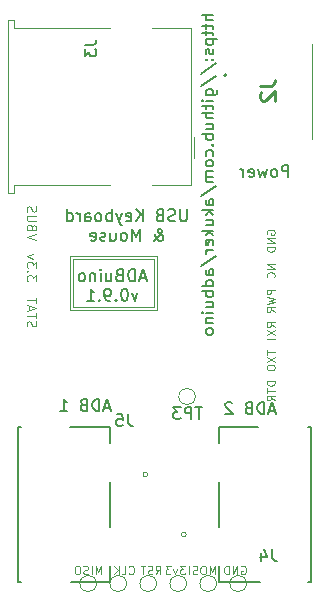
<source format=gbr>
%TF.GenerationSoftware,KiCad,Pcbnew,(5.1.9-16-g1737927814)-1*%
%TF.CreationDate,2021-07-25T19:14:51-05:00*%
%TF.ProjectId,adbuino,61646275-696e-46f2-9e6b-696361645f70,rev?*%
%TF.SameCoordinates,Original*%
%TF.FileFunction,Legend,Bot*%
%TF.FilePolarity,Positive*%
%FSLAX46Y46*%
G04 Gerber Fmt 4.6, Leading zero omitted, Abs format (unit mm)*
G04 Created by KiCad (PCBNEW (5.1.9-16-g1737927814)-1) date 2021-07-25 19:14:51*
%MOMM*%
%LPD*%
G01*
G04 APERTURE LIST*
%ADD10C,0.150000*%
%ADD11C,0.120000*%
%ADD12C,0.100000*%
%ADD13C,0.200000*%
%ADD14C,0.127000*%
%ADD15C,0.254000*%
G04 APERTURE END LIST*
D10*
X35853333Y-48109666D02*
X35377142Y-48109666D01*
X35948571Y-48395380D02*
X35615238Y-47395380D01*
X35281904Y-48395380D01*
X34948571Y-48395380D02*
X34948571Y-47395380D01*
X34710476Y-47395380D01*
X34567619Y-47443000D01*
X34472380Y-47538238D01*
X34424761Y-47633476D01*
X34377142Y-47823952D01*
X34377142Y-47966809D01*
X34424761Y-48157285D01*
X34472380Y-48252523D01*
X34567619Y-48347761D01*
X34710476Y-48395380D01*
X34948571Y-48395380D01*
X33615238Y-47871571D02*
X33472380Y-47919190D01*
X33424761Y-47966809D01*
X33377142Y-48062047D01*
X33377142Y-48204904D01*
X33424761Y-48300142D01*
X33472380Y-48347761D01*
X33567619Y-48395380D01*
X33948571Y-48395380D01*
X33948571Y-47395380D01*
X33615238Y-47395380D01*
X33520000Y-47443000D01*
X33472380Y-47490619D01*
X33424761Y-47585857D01*
X33424761Y-47681095D01*
X33472380Y-47776333D01*
X33520000Y-47823952D01*
X33615238Y-47871571D01*
X33948571Y-47871571D01*
X32520000Y-47728714D02*
X32520000Y-48395380D01*
X32948571Y-47728714D02*
X32948571Y-48252523D01*
X32900952Y-48347761D01*
X32805714Y-48395380D01*
X32662857Y-48395380D01*
X32567619Y-48347761D01*
X32520000Y-48300142D01*
X32043809Y-48395380D02*
X32043809Y-47728714D01*
X32043809Y-47395380D02*
X32091428Y-47443000D01*
X32043809Y-47490619D01*
X31996190Y-47443000D01*
X32043809Y-47395380D01*
X32043809Y-47490619D01*
X31567619Y-47728714D02*
X31567619Y-48395380D01*
X31567619Y-47823952D02*
X31520000Y-47776333D01*
X31424761Y-47728714D01*
X31281904Y-47728714D01*
X31186666Y-47776333D01*
X31139047Y-47871571D01*
X31139047Y-48395380D01*
X30520000Y-48395380D02*
X30615238Y-48347761D01*
X30662857Y-48300142D01*
X30710476Y-48204904D01*
X30710476Y-47919190D01*
X30662857Y-47823952D01*
X30615238Y-47776333D01*
X30520000Y-47728714D01*
X30377142Y-47728714D01*
X30281904Y-47776333D01*
X30234285Y-47823952D01*
X30186666Y-47919190D01*
X30186666Y-48204904D01*
X30234285Y-48300142D01*
X30281904Y-48347761D01*
X30377142Y-48395380D01*
X30520000Y-48395380D01*
X35162857Y-49378714D02*
X34924761Y-50045380D01*
X34686666Y-49378714D01*
X34115238Y-49045380D02*
X34020000Y-49045380D01*
X33924761Y-49093000D01*
X33877142Y-49140619D01*
X33829523Y-49235857D01*
X33781904Y-49426333D01*
X33781904Y-49664428D01*
X33829523Y-49854904D01*
X33877142Y-49950142D01*
X33924761Y-49997761D01*
X34020000Y-50045380D01*
X34115238Y-50045380D01*
X34210476Y-49997761D01*
X34258095Y-49950142D01*
X34305714Y-49854904D01*
X34353333Y-49664428D01*
X34353333Y-49426333D01*
X34305714Y-49235857D01*
X34258095Y-49140619D01*
X34210476Y-49093000D01*
X34115238Y-49045380D01*
X33353333Y-49950142D02*
X33305714Y-49997761D01*
X33353333Y-50045380D01*
X33400952Y-49997761D01*
X33353333Y-49950142D01*
X33353333Y-50045380D01*
X32829523Y-50045380D02*
X32639047Y-50045380D01*
X32543809Y-49997761D01*
X32496190Y-49950142D01*
X32400952Y-49807285D01*
X32353333Y-49616809D01*
X32353333Y-49235857D01*
X32400952Y-49140619D01*
X32448571Y-49093000D01*
X32543809Y-49045380D01*
X32734285Y-49045380D01*
X32829523Y-49093000D01*
X32877142Y-49140619D01*
X32924761Y-49235857D01*
X32924761Y-49473952D01*
X32877142Y-49569190D01*
X32829523Y-49616809D01*
X32734285Y-49664428D01*
X32543809Y-49664428D01*
X32448571Y-49616809D01*
X32400952Y-49569190D01*
X32353333Y-49473952D01*
X31924761Y-49950142D02*
X31877142Y-49997761D01*
X31924761Y-50045380D01*
X31972380Y-49997761D01*
X31924761Y-49950142D01*
X31924761Y-50045380D01*
X30924761Y-50045380D02*
X31496190Y-50045380D01*
X31210476Y-50045380D02*
X31210476Y-49045380D01*
X31305714Y-49188238D01*
X31400952Y-49283476D01*
X31496190Y-49331095D01*
D11*
X29718000Y-50546000D02*
X36576000Y-50546000D01*
X36576000Y-46482000D02*
X29718000Y-46482000D01*
X29718000Y-46482000D02*
X29718000Y-46736000D01*
X29464000Y-50800000D02*
X29464000Y-46228000D01*
X29464000Y-46228000D02*
X36830000Y-46228000D01*
X36576000Y-50546000D02*
X36576000Y-46482000D01*
X36830000Y-50800000D02*
X29464000Y-50800000D01*
X29718000Y-46736000D02*
X29718000Y-50546000D01*
X36830000Y-46228000D02*
X36830000Y-50800000D01*
D12*
X46798666Y-56858000D02*
X46098666Y-56858000D01*
X46098666Y-57024666D01*
X46132000Y-57124666D01*
X46198666Y-57191333D01*
X46265333Y-57224666D01*
X46398666Y-57258000D01*
X46498666Y-57258000D01*
X46632000Y-57224666D01*
X46698666Y-57191333D01*
X46765333Y-57124666D01*
X46798666Y-57024666D01*
X46798666Y-56858000D01*
X46098666Y-57458000D02*
X46098666Y-57858000D01*
X46798666Y-57658000D02*
X46098666Y-57658000D01*
X46798666Y-58491333D02*
X46465333Y-58258000D01*
X46798666Y-58091333D02*
X46098666Y-58091333D01*
X46098666Y-58358000D01*
X46132000Y-58424666D01*
X46165333Y-58458000D01*
X46232000Y-58491333D01*
X46332000Y-58491333D01*
X46398666Y-58458000D01*
X46432000Y-58424666D01*
X46465333Y-58358000D01*
X46465333Y-58091333D01*
X46798666Y-49104666D02*
X46098666Y-49104666D01*
X46098666Y-49371333D01*
X46132000Y-49438000D01*
X46165333Y-49471333D01*
X46232000Y-49504666D01*
X46332000Y-49504666D01*
X46398666Y-49471333D01*
X46432000Y-49438000D01*
X46465333Y-49371333D01*
X46465333Y-49104666D01*
X46098666Y-49738000D02*
X46798666Y-49904666D01*
X46298666Y-50038000D01*
X46798666Y-50171333D01*
X46098666Y-50338000D01*
X46798666Y-51004666D02*
X46465333Y-50771333D01*
X46798666Y-50604666D02*
X46098666Y-50604666D01*
X46098666Y-50871333D01*
X46132000Y-50938000D01*
X46165333Y-50971333D01*
X46232000Y-51004666D01*
X46332000Y-51004666D01*
X46398666Y-50971333D01*
X46432000Y-50938000D01*
X46465333Y-50871333D01*
X46465333Y-50604666D01*
X46132000Y-44424666D02*
X46098666Y-44358000D01*
X46098666Y-44258000D01*
X46132000Y-44158000D01*
X46198666Y-44091333D01*
X46265333Y-44058000D01*
X46398666Y-44024666D01*
X46498666Y-44024666D01*
X46632000Y-44058000D01*
X46698666Y-44091333D01*
X46765333Y-44158000D01*
X46798666Y-44258000D01*
X46798666Y-44324666D01*
X46765333Y-44424666D01*
X46732000Y-44458000D01*
X46498666Y-44458000D01*
X46498666Y-44324666D01*
X46798666Y-44758000D02*
X46098666Y-44758000D01*
X46798666Y-45158000D01*
X46098666Y-45158000D01*
X46798666Y-45491333D02*
X46098666Y-45491333D01*
X46098666Y-45658000D01*
X46132000Y-45758000D01*
X46198666Y-45824666D01*
X46265333Y-45858000D01*
X46398666Y-45891333D01*
X46498666Y-45891333D01*
X46632000Y-45858000D01*
X46698666Y-45824666D01*
X46765333Y-45758000D01*
X46798666Y-45658000D01*
X46798666Y-45491333D01*
X46798666Y-46948000D02*
X46098666Y-46948000D01*
X46798666Y-47348000D01*
X46098666Y-47348000D01*
X46732000Y-48081333D02*
X46765333Y-48048000D01*
X46798666Y-47948000D01*
X46798666Y-47881333D01*
X46765333Y-47781333D01*
X46698666Y-47714666D01*
X46632000Y-47681333D01*
X46498666Y-47648000D01*
X46398666Y-47648000D01*
X46265333Y-47681333D01*
X46198666Y-47714666D01*
X46132000Y-47781333D01*
X46098666Y-47881333D01*
X46098666Y-47948000D01*
X46132000Y-48048000D01*
X46165333Y-48081333D01*
X46798666Y-52294666D02*
X46465333Y-52061333D01*
X46798666Y-51894666D02*
X46098666Y-51894666D01*
X46098666Y-52161333D01*
X46132000Y-52228000D01*
X46165333Y-52261333D01*
X46232000Y-52294666D01*
X46332000Y-52294666D01*
X46398666Y-52261333D01*
X46432000Y-52228000D01*
X46465333Y-52161333D01*
X46465333Y-51894666D01*
X46098666Y-52528000D02*
X46798666Y-52994666D01*
X46098666Y-52994666D02*
X46798666Y-52528000D01*
X46798666Y-53261333D02*
X46098666Y-53261333D01*
X46098666Y-54218000D02*
X46098666Y-54618000D01*
X46798666Y-54418000D02*
X46098666Y-54418000D01*
X46098666Y-54784666D02*
X46798666Y-55251333D01*
X46098666Y-55251333D02*
X46798666Y-54784666D01*
X46098666Y-55651333D02*
X46098666Y-55784666D01*
X46132000Y-55851333D01*
X46198666Y-55918000D01*
X46332000Y-55951333D01*
X46565333Y-55951333D01*
X46698666Y-55918000D01*
X46765333Y-55851333D01*
X46798666Y-55784666D01*
X46798666Y-55651333D01*
X46765333Y-55584666D01*
X46698666Y-55518000D01*
X46565333Y-55484666D01*
X46332000Y-55484666D01*
X46198666Y-55518000D01*
X46132000Y-55584666D01*
X46098666Y-55651333D01*
D10*
X46799238Y-59348666D02*
X46323047Y-59348666D01*
X46894476Y-59634380D02*
X46561142Y-58634380D01*
X46227809Y-59634380D01*
X45894476Y-59634380D02*
X45894476Y-58634380D01*
X45656380Y-58634380D01*
X45513523Y-58682000D01*
X45418285Y-58777238D01*
X45370666Y-58872476D01*
X45323047Y-59062952D01*
X45323047Y-59205809D01*
X45370666Y-59396285D01*
X45418285Y-59491523D01*
X45513523Y-59586761D01*
X45656380Y-59634380D01*
X45894476Y-59634380D01*
X44561142Y-59110571D02*
X44418285Y-59158190D01*
X44370666Y-59205809D01*
X44323047Y-59301047D01*
X44323047Y-59443904D01*
X44370666Y-59539142D01*
X44418285Y-59586761D01*
X44513523Y-59634380D01*
X44894476Y-59634380D01*
X44894476Y-58634380D01*
X44561142Y-58634380D01*
X44465904Y-58682000D01*
X44418285Y-58729619D01*
X44370666Y-58824857D01*
X44370666Y-58920095D01*
X44418285Y-59015333D01*
X44465904Y-59062952D01*
X44561142Y-59110571D01*
X44894476Y-59110571D01*
X43180190Y-58729619D02*
X43132571Y-58682000D01*
X43037333Y-58634380D01*
X42799238Y-58634380D01*
X42704000Y-58682000D01*
X42656380Y-58729619D01*
X42608761Y-58824857D01*
X42608761Y-58920095D01*
X42656380Y-59062952D01*
X43227809Y-59634380D01*
X42608761Y-59634380D01*
X32829238Y-59094666D02*
X32353047Y-59094666D01*
X32924476Y-59380380D02*
X32591142Y-58380380D01*
X32257809Y-59380380D01*
X31924476Y-59380380D02*
X31924476Y-58380380D01*
X31686380Y-58380380D01*
X31543523Y-58428000D01*
X31448285Y-58523238D01*
X31400666Y-58618476D01*
X31353047Y-58808952D01*
X31353047Y-58951809D01*
X31400666Y-59142285D01*
X31448285Y-59237523D01*
X31543523Y-59332761D01*
X31686380Y-59380380D01*
X31924476Y-59380380D01*
X30591142Y-58856571D02*
X30448285Y-58904190D01*
X30400666Y-58951809D01*
X30353047Y-59047047D01*
X30353047Y-59189904D01*
X30400666Y-59285142D01*
X30448285Y-59332761D01*
X30543523Y-59380380D01*
X30924476Y-59380380D01*
X30924476Y-58380380D01*
X30591142Y-58380380D01*
X30495904Y-58428000D01*
X30448285Y-58475619D01*
X30400666Y-58570857D01*
X30400666Y-58666095D01*
X30448285Y-58761333D01*
X30495904Y-58808952D01*
X30591142Y-58856571D01*
X30924476Y-58856571D01*
X28638761Y-59380380D02*
X29210190Y-59380380D01*
X28924476Y-59380380D02*
X28924476Y-58380380D01*
X29019714Y-58523238D01*
X29114952Y-58618476D01*
X29210190Y-58666095D01*
X47950190Y-39568380D02*
X47950190Y-38568380D01*
X47569238Y-38568380D01*
X47474000Y-38616000D01*
X47426380Y-38663619D01*
X47378761Y-38758857D01*
X47378761Y-38901714D01*
X47426380Y-38996952D01*
X47474000Y-39044571D01*
X47569238Y-39092190D01*
X47950190Y-39092190D01*
X46807333Y-39568380D02*
X46902571Y-39520761D01*
X46950190Y-39473142D01*
X46997809Y-39377904D01*
X46997809Y-39092190D01*
X46950190Y-38996952D01*
X46902571Y-38949333D01*
X46807333Y-38901714D01*
X46664476Y-38901714D01*
X46569238Y-38949333D01*
X46521619Y-38996952D01*
X46474000Y-39092190D01*
X46474000Y-39377904D01*
X46521619Y-39473142D01*
X46569238Y-39520761D01*
X46664476Y-39568380D01*
X46807333Y-39568380D01*
X46140666Y-38901714D02*
X45950190Y-39568380D01*
X45759714Y-39092190D01*
X45569238Y-39568380D01*
X45378761Y-38901714D01*
X44616857Y-39520761D02*
X44712095Y-39568380D01*
X44902571Y-39568380D01*
X44997809Y-39520761D01*
X45045428Y-39425523D01*
X45045428Y-39044571D01*
X44997809Y-38949333D01*
X44902571Y-38901714D01*
X44712095Y-38901714D01*
X44616857Y-38949333D01*
X44569238Y-39044571D01*
X44569238Y-39139809D01*
X45045428Y-39235047D01*
X44140666Y-39568380D02*
X44140666Y-38901714D01*
X44140666Y-39092190D02*
X44093047Y-38996952D01*
X44045428Y-38949333D01*
X43950190Y-38901714D01*
X43854952Y-38901714D01*
X39361428Y-42315380D02*
X39361428Y-43124904D01*
X39313809Y-43220142D01*
X39266190Y-43267761D01*
X39170952Y-43315380D01*
X38980476Y-43315380D01*
X38885238Y-43267761D01*
X38837619Y-43220142D01*
X38790000Y-43124904D01*
X38790000Y-42315380D01*
X38361428Y-43267761D02*
X38218571Y-43315380D01*
X37980476Y-43315380D01*
X37885238Y-43267761D01*
X37837619Y-43220142D01*
X37790000Y-43124904D01*
X37790000Y-43029666D01*
X37837619Y-42934428D01*
X37885238Y-42886809D01*
X37980476Y-42839190D01*
X38170952Y-42791571D01*
X38266190Y-42743952D01*
X38313809Y-42696333D01*
X38361428Y-42601095D01*
X38361428Y-42505857D01*
X38313809Y-42410619D01*
X38266190Y-42363000D01*
X38170952Y-42315380D01*
X37932857Y-42315380D01*
X37790000Y-42363000D01*
X37028095Y-42791571D02*
X36885238Y-42839190D01*
X36837619Y-42886809D01*
X36790000Y-42982047D01*
X36790000Y-43124904D01*
X36837619Y-43220142D01*
X36885238Y-43267761D01*
X36980476Y-43315380D01*
X37361428Y-43315380D01*
X37361428Y-42315380D01*
X37028095Y-42315380D01*
X36932857Y-42363000D01*
X36885238Y-42410619D01*
X36837619Y-42505857D01*
X36837619Y-42601095D01*
X36885238Y-42696333D01*
X36932857Y-42743952D01*
X37028095Y-42791571D01*
X37361428Y-42791571D01*
X35599523Y-43315380D02*
X35599523Y-42315380D01*
X35028095Y-43315380D02*
X35456666Y-42743952D01*
X35028095Y-42315380D02*
X35599523Y-42886809D01*
X34218571Y-43267761D02*
X34313809Y-43315380D01*
X34504285Y-43315380D01*
X34599523Y-43267761D01*
X34647142Y-43172523D01*
X34647142Y-42791571D01*
X34599523Y-42696333D01*
X34504285Y-42648714D01*
X34313809Y-42648714D01*
X34218571Y-42696333D01*
X34170952Y-42791571D01*
X34170952Y-42886809D01*
X34647142Y-42982047D01*
X33837619Y-42648714D02*
X33599523Y-43315380D01*
X33361428Y-42648714D02*
X33599523Y-43315380D01*
X33694761Y-43553476D01*
X33742380Y-43601095D01*
X33837619Y-43648714D01*
X32980476Y-43315380D02*
X32980476Y-42315380D01*
X32980476Y-42696333D02*
X32885238Y-42648714D01*
X32694761Y-42648714D01*
X32599523Y-42696333D01*
X32551904Y-42743952D01*
X32504285Y-42839190D01*
X32504285Y-43124904D01*
X32551904Y-43220142D01*
X32599523Y-43267761D01*
X32694761Y-43315380D01*
X32885238Y-43315380D01*
X32980476Y-43267761D01*
X31932857Y-43315380D02*
X32028095Y-43267761D01*
X32075714Y-43220142D01*
X32123333Y-43124904D01*
X32123333Y-42839190D01*
X32075714Y-42743952D01*
X32028095Y-42696333D01*
X31932857Y-42648714D01*
X31790000Y-42648714D01*
X31694761Y-42696333D01*
X31647142Y-42743952D01*
X31599523Y-42839190D01*
X31599523Y-43124904D01*
X31647142Y-43220142D01*
X31694761Y-43267761D01*
X31790000Y-43315380D01*
X31932857Y-43315380D01*
X30742380Y-43315380D02*
X30742380Y-42791571D01*
X30790000Y-42696333D01*
X30885238Y-42648714D01*
X31075714Y-42648714D01*
X31170952Y-42696333D01*
X30742380Y-43267761D02*
X30837619Y-43315380D01*
X31075714Y-43315380D01*
X31170952Y-43267761D01*
X31218571Y-43172523D01*
X31218571Y-43077285D01*
X31170952Y-42982047D01*
X31075714Y-42934428D01*
X30837619Y-42934428D01*
X30742380Y-42886809D01*
X30266190Y-43315380D02*
X30266190Y-42648714D01*
X30266190Y-42839190D02*
X30218571Y-42743952D01*
X30170952Y-42696333D01*
X30075714Y-42648714D01*
X29980476Y-42648714D01*
X29218571Y-43315380D02*
X29218571Y-42315380D01*
X29218571Y-43267761D02*
X29313809Y-43315380D01*
X29504285Y-43315380D01*
X29599523Y-43267761D01*
X29647142Y-43220142D01*
X29694761Y-43124904D01*
X29694761Y-42839190D01*
X29647142Y-42743952D01*
X29599523Y-42696333D01*
X29504285Y-42648714D01*
X29313809Y-42648714D01*
X29218571Y-42696333D01*
X36551904Y-44965380D02*
X36599523Y-44965380D01*
X36694761Y-44917761D01*
X36837619Y-44774904D01*
X37075714Y-44489190D01*
X37170952Y-44346333D01*
X37218571Y-44203476D01*
X37218571Y-44108238D01*
X37170952Y-44013000D01*
X37075714Y-43965380D01*
X37028095Y-43965380D01*
X36932857Y-44013000D01*
X36885238Y-44108238D01*
X36885238Y-44155857D01*
X36932857Y-44251095D01*
X36980476Y-44298714D01*
X37266190Y-44489190D01*
X37313809Y-44536809D01*
X37361428Y-44632047D01*
X37361428Y-44774904D01*
X37313809Y-44870142D01*
X37266190Y-44917761D01*
X37170952Y-44965380D01*
X37028095Y-44965380D01*
X36932857Y-44917761D01*
X36885238Y-44870142D01*
X36742380Y-44679666D01*
X36694761Y-44536809D01*
X36694761Y-44441571D01*
X35361428Y-44965380D02*
X35361428Y-43965380D01*
X35028095Y-44679666D01*
X34694761Y-43965380D01*
X34694761Y-44965380D01*
X34075714Y-44965380D02*
X34170952Y-44917761D01*
X34218571Y-44870142D01*
X34266190Y-44774904D01*
X34266190Y-44489190D01*
X34218571Y-44393952D01*
X34170952Y-44346333D01*
X34075714Y-44298714D01*
X33932857Y-44298714D01*
X33837619Y-44346333D01*
X33790000Y-44393952D01*
X33742380Y-44489190D01*
X33742380Y-44774904D01*
X33790000Y-44870142D01*
X33837619Y-44917761D01*
X33932857Y-44965380D01*
X34075714Y-44965380D01*
X32885238Y-44298714D02*
X32885238Y-44965380D01*
X33313809Y-44298714D02*
X33313809Y-44822523D01*
X33266190Y-44917761D01*
X33170952Y-44965380D01*
X33028095Y-44965380D01*
X32932857Y-44917761D01*
X32885238Y-44870142D01*
X32456666Y-44917761D02*
X32361428Y-44965380D01*
X32170952Y-44965380D01*
X32075714Y-44917761D01*
X32028095Y-44822523D01*
X32028095Y-44774904D01*
X32075714Y-44679666D01*
X32170952Y-44632047D01*
X32313809Y-44632047D01*
X32409047Y-44584428D01*
X32456666Y-44489190D01*
X32456666Y-44441571D01*
X32409047Y-44346333D01*
X32313809Y-44298714D01*
X32170952Y-44298714D01*
X32075714Y-44346333D01*
X31218571Y-44917761D02*
X31313809Y-44965380D01*
X31504285Y-44965380D01*
X31599523Y-44917761D01*
X31647142Y-44822523D01*
X31647142Y-44441571D01*
X31599523Y-44346333D01*
X31504285Y-44298714D01*
X31313809Y-44298714D01*
X31218571Y-44346333D01*
X31170952Y-44441571D01*
X31170952Y-44536809D01*
X31647142Y-44632047D01*
D12*
X43967333Y-72548000D02*
X44034000Y-72514666D01*
X44134000Y-72514666D01*
X44234000Y-72548000D01*
X44300666Y-72614666D01*
X44334000Y-72681333D01*
X44367333Y-72814666D01*
X44367333Y-72914666D01*
X44334000Y-73048000D01*
X44300666Y-73114666D01*
X44234000Y-73181333D01*
X44134000Y-73214666D01*
X44067333Y-73214666D01*
X43967333Y-73181333D01*
X43934000Y-73148000D01*
X43934000Y-72914666D01*
X44067333Y-72914666D01*
X43634000Y-73214666D02*
X43634000Y-72514666D01*
X43234000Y-73214666D01*
X43234000Y-72514666D01*
X42900666Y-73214666D02*
X42900666Y-72514666D01*
X42734000Y-72514666D01*
X42634000Y-72548000D01*
X42567333Y-72614666D01*
X42534000Y-72681333D01*
X42500666Y-72814666D01*
X42500666Y-72914666D01*
X42534000Y-73048000D01*
X42567333Y-73114666D01*
X42634000Y-73181333D01*
X42734000Y-73214666D01*
X42900666Y-73214666D01*
X41740000Y-73214666D02*
X41740000Y-72514666D01*
X41506666Y-73014666D01*
X41273333Y-72514666D01*
X41273333Y-73214666D01*
X40806666Y-72514666D02*
X40673333Y-72514666D01*
X40606666Y-72548000D01*
X40540000Y-72614666D01*
X40506666Y-72748000D01*
X40506666Y-72981333D01*
X40540000Y-73114666D01*
X40606666Y-73181333D01*
X40673333Y-73214666D01*
X40806666Y-73214666D01*
X40873333Y-73181333D01*
X40940000Y-73114666D01*
X40973333Y-72981333D01*
X40973333Y-72748000D01*
X40940000Y-72614666D01*
X40873333Y-72548000D01*
X40806666Y-72514666D01*
X40240000Y-73181333D02*
X40140000Y-73214666D01*
X39973333Y-73214666D01*
X39906666Y-73181333D01*
X39873333Y-73148000D01*
X39840000Y-73081333D01*
X39840000Y-73014666D01*
X39873333Y-72948000D01*
X39906666Y-72914666D01*
X39973333Y-72881333D01*
X40106666Y-72848000D01*
X40173333Y-72814666D01*
X40206666Y-72781333D01*
X40240000Y-72714666D01*
X40240000Y-72648000D01*
X40206666Y-72581333D01*
X40173333Y-72548000D01*
X40106666Y-72514666D01*
X39940000Y-72514666D01*
X39840000Y-72548000D01*
X39540000Y-73214666D02*
X39540000Y-72514666D01*
X39187333Y-72514666D02*
X38754000Y-72514666D01*
X38987333Y-72781333D01*
X38887333Y-72781333D01*
X38820666Y-72814666D01*
X38787333Y-72848000D01*
X38754000Y-72914666D01*
X38754000Y-73081333D01*
X38787333Y-73148000D01*
X38820666Y-73181333D01*
X38887333Y-73214666D01*
X39087333Y-73214666D01*
X39154000Y-73181333D01*
X39187333Y-73148000D01*
X38520666Y-72748000D02*
X38354000Y-73214666D01*
X38187333Y-72748000D01*
X37987333Y-72514666D02*
X37554000Y-72514666D01*
X37787333Y-72781333D01*
X37687333Y-72781333D01*
X37620666Y-72814666D01*
X37587333Y-72848000D01*
X37554000Y-72914666D01*
X37554000Y-73081333D01*
X37587333Y-73148000D01*
X37620666Y-73181333D01*
X37687333Y-73214666D01*
X37887333Y-73214666D01*
X37954000Y-73181333D01*
X37987333Y-73148000D01*
X36705333Y-73214666D02*
X36938666Y-72881333D01*
X37105333Y-73214666D02*
X37105333Y-72514666D01*
X36838666Y-72514666D01*
X36772000Y-72548000D01*
X36738666Y-72581333D01*
X36705333Y-72648000D01*
X36705333Y-72748000D01*
X36738666Y-72814666D01*
X36772000Y-72848000D01*
X36838666Y-72881333D01*
X37105333Y-72881333D01*
X36438666Y-73181333D02*
X36338666Y-73214666D01*
X36172000Y-73214666D01*
X36105333Y-73181333D01*
X36072000Y-73148000D01*
X36038666Y-73081333D01*
X36038666Y-73014666D01*
X36072000Y-72948000D01*
X36105333Y-72914666D01*
X36172000Y-72881333D01*
X36305333Y-72848000D01*
X36372000Y-72814666D01*
X36405333Y-72781333D01*
X36438666Y-72714666D01*
X36438666Y-72648000D01*
X36405333Y-72581333D01*
X36372000Y-72548000D01*
X36305333Y-72514666D01*
X36138666Y-72514666D01*
X36038666Y-72548000D01*
X35838666Y-72514666D02*
X35438666Y-72514666D01*
X35638666Y-73214666D02*
X35638666Y-72514666D01*
X34452666Y-73148000D02*
X34486000Y-73181333D01*
X34586000Y-73214666D01*
X34652666Y-73214666D01*
X34752666Y-73181333D01*
X34819333Y-73114666D01*
X34852666Y-73048000D01*
X34886000Y-72914666D01*
X34886000Y-72814666D01*
X34852666Y-72681333D01*
X34819333Y-72614666D01*
X34752666Y-72548000D01*
X34652666Y-72514666D01*
X34586000Y-72514666D01*
X34486000Y-72548000D01*
X34452666Y-72581333D01*
X33819333Y-73214666D02*
X34152666Y-73214666D01*
X34152666Y-72514666D01*
X33586000Y-73214666D02*
X33586000Y-72514666D01*
X33186000Y-73214666D02*
X33486000Y-72814666D01*
X33186000Y-72514666D02*
X33586000Y-72914666D01*
X32088000Y-73214666D02*
X32088000Y-72514666D01*
X31854666Y-73014666D01*
X31621333Y-72514666D01*
X31621333Y-73214666D01*
X31288000Y-73214666D02*
X31288000Y-72514666D01*
X30988000Y-73181333D02*
X30888000Y-73214666D01*
X30721333Y-73214666D01*
X30654666Y-73181333D01*
X30621333Y-73148000D01*
X30588000Y-73081333D01*
X30588000Y-73014666D01*
X30621333Y-72948000D01*
X30654666Y-72914666D01*
X30721333Y-72881333D01*
X30854666Y-72848000D01*
X30921333Y-72814666D01*
X30954666Y-72781333D01*
X30988000Y-72714666D01*
X30988000Y-72648000D01*
X30954666Y-72581333D01*
X30921333Y-72548000D01*
X30854666Y-72514666D01*
X30688000Y-72514666D01*
X30588000Y-72548000D01*
X30154666Y-72514666D02*
X30021333Y-72514666D01*
X29954666Y-72548000D01*
X29888000Y-72614666D01*
X29854666Y-72748000D01*
X29854666Y-72981333D01*
X29888000Y-73114666D01*
X29954666Y-73181333D01*
X30021333Y-73214666D01*
X30154666Y-73214666D01*
X30221333Y-73181333D01*
X30288000Y-73114666D01*
X30321333Y-72981333D01*
X30321333Y-72748000D01*
X30288000Y-72614666D01*
X30221333Y-72548000D01*
X30154666Y-72514666D01*
X25838190Y-52234952D02*
X25800095Y-52120666D01*
X25800095Y-51930190D01*
X25838190Y-51854000D01*
X25876285Y-51815904D01*
X25952476Y-51777809D01*
X26028666Y-51777809D01*
X26104857Y-51815904D01*
X26142952Y-51854000D01*
X26181047Y-51930190D01*
X26219142Y-52082571D01*
X26257238Y-52158761D01*
X26295333Y-52196857D01*
X26371523Y-52234952D01*
X26447714Y-52234952D01*
X26523904Y-52196857D01*
X26562000Y-52158761D01*
X26600095Y-52082571D01*
X26600095Y-51892095D01*
X26562000Y-51777809D01*
X26600095Y-51549238D02*
X26600095Y-51092095D01*
X25800095Y-51320666D02*
X26600095Y-51320666D01*
X26028666Y-50863523D02*
X26028666Y-50482571D01*
X25800095Y-50939714D02*
X26600095Y-50673047D01*
X25800095Y-50406380D01*
X26600095Y-50254000D02*
X26600095Y-49796857D01*
X25800095Y-50025428D02*
X26600095Y-50025428D01*
X26600095Y-48386857D02*
X26600095Y-47891619D01*
X26295333Y-48158285D01*
X26295333Y-48044000D01*
X26257238Y-47967809D01*
X26219142Y-47929714D01*
X26142952Y-47891619D01*
X25952476Y-47891619D01*
X25876285Y-47929714D01*
X25838190Y-47967809D01*
X25800095Y-48044000D01*
X25800095Y-48272571D01*
X25838190Y-48348761D01*
X25876285Y-48386857D01*
X25876285Y-47548761D02*
X25838190Y-47510666D01*
X25800095Y-47548761D01*
X25838190Y-47586857D01*
X25876285Y-47548761D01*
X25800095Y-47548761D01*
X26600095Y-47244000D02*
X26600095Y-46748761D01*
X26295333Y-47015428D01*
X26295333Y-46901142D01*
X26257238Y-46824952D01*
X26219142Y-46786857D01*
X26142952Y-46748761D01*
X25952476Y-46748761D01*
X25876285Y-46786857D01*
X25838190Y-46824952D01*
X25800095Y-46901142D01*
X25800095Y-47129714D01*
X25838190Y-47205904D01*
X25876285Y-47244000D01*
X26333428Y-46482095D02*
X25800095Y-46291619D01*
X26333428Y-46101142D01*
X26600095Y-44900666D02*
X25800095Y-44634000D01*
X26600095Y-44367333D01*
X26219142Y-43834000D02*
X26181047Y-43719714D01*
X26142952Y-43681619D01*
X26066761Y-43643523D01*
X25952476Y-43643523D01*
X25876285Y-43681619D01*
X25838190Y-43719714D01*
X25800095Y-43795904D01*
X25800095Y-44100666D01*
X26600095Y-44100666D01*
X26600095Y-43834000D01*
X26562000Y-43757809D01*
X26523904Y-43719714D01*
X26447714Y-43681619D01*
X26371523Y-43681619D01*
X26295333Y-43719714D01*
X26257238Y-43757809D01*
X26219142Y-43834000D01*
X26219142Y-44100666D01*
X26600095Y-43300666D02*
X25952476Y-43300666D01*
X25876285Y-43262571D01*
X25838190Y-43224476D01*
X25800095Y-43148285D01*
X25800095Y-42995904D01*
X25838190Y-42919714D01*
X25876285Y-42881619D01*
X25952476Y-42843523D01*
X26600095Y-42843523D01*
X25838190Y-42500666D02*
X25800095Y-42386380D01*
X25800095Y-42195904D01*
X25838190Y-42119714D01*
X25876285Y-42081619D01*
X25952476Y-42043523D01*
X26028666Y-42043523D01*
X26104857Y-42081619D01*
X26142952Y-42119714D01*
X26181047Y-42195904D01*
X26219142Y-42348285D01*
X26257238Y-42424476D01*
X26295333Y-42462571D01*
X26371523Y-42500666D01*
X26447714Y-42500666D01*
X26523904Y-42462571D01*
X26562000Y-42424476D01*
X26600095Y-42348285D01*
X26600095Y-42157809D01*
X26562000Y-42043523D01*
D10*
X41600380Y-25870000D02*
X40600380Y-25870000D01*
X41600380Y-26298571D02*
X41076571Y-26298571D01*
X40981333Y-26250952D01*
X40933714Y-26155714D01*
X40933714Y-26012857D01*
X40981333Y-25917619D01*
X41028952Y-25870000D01*
X40933714Y-26631904D02*
X40933714Y-27012857D01*
X40600380Y-26774761D02*
X41457523Y-26774761D01*
X41552761Y-26822380D01*
X41600380Y-26917619D01*
X41600380Y-27012857D01*
X40933714Y-27203333D02*
X40933714Y-27584285D01*
X40600380Y-27346190D02*
X41457523Y-27346190D01*
X41552761Y-27393809D01*
X41600380Y-27489047D01*
X41600380Y-27584285D01*
X40933714Y-27917619D02*
X41933714Y-27917619D01*
X40981333Y-27917619D02*
X40933714Y-28012857D01*
X40933714Y-28203333D01*
X40981333Y-28298571D01*
X41028952Y-28346190D01*
X41124190Y-28393809D01*
X41409904Y-28393809D01*
X41505142Y-28346190D01*
X41552761Y-28298571D01*
X41600380Y-28203333D01*
X41600380Y-28012857D01*
X41552761Y-27917619D01*
X41552761Y-28774761D02*
X41600380Y-28869999D01*
X41600380Y-29060476D01*
X41552761Y-29155714D01*
X41457523Y-29203333D01*
X41409904Y-29203333D01*
X41314666Y-29155714D01*
X41267047Y-29060476D01*
X41267047Y-28917619D01*
X41219428Y-28822380D01*
X41124190Y-28774761D01*
X41076571Y-28774761D01*
X40981333Y-28822380D01*
X40933714Y-28917619D01*
X40933714Y-29060476D01*
X40981333Y-29155714D01*
X41505142Y-29631904D02*
X41552761Y-29679523D01*
X41600380Y-29631904D01*
X41552761Y-29584285D01*
X41505142Y-29631904D01*
X41600380Y-29631904D01*
X40981333Y-29631904D02*
X41028952Y-29679523D01*
X41076571Y-29631904D01*
X41028952Y-29584285D01*
X40981333Y-29631904D01*
X41076571Y-29631904D01*
X40552761Y-30822380D02*
X41838476Y-29965238D01*
X40552761Y-31869999D02*
X41838476Y-31012857D01*
X40933714Y-32631904D02*
X41743238Y-32631904D01*
X41838476Y-32584285D01*
X41886095Y-32536666D01*
X41933714Y-32441428D01*
X41933714Y-32298571D01*
X41886095Y-32203333D01*
X41552761Y-32631904D02*
X41600380Y-32536666D01*
X41600380Y-32346190D01*
X41552761Y-32250952D01*
X41505142Y-32203333D01*
X41409904Y-32155714D01*
X41124190Y-32155714D01*
X41028952Y-32203333D01*
X40981333Y-32250952D01*
X40933714Y-32346190D01*
X40933714Y-32536666D01*
X40981333Y-32631904D01*
X41600380Y-33108095D02*
X40933714Y-33108095D01*
X40600380Y-33108095D02*
X40648000Y-33060476D01*
X40695619Y-33108095D01*
X40648000Y-33155714D01*
X40600380Y-33108095D01*
X40695619Y-33108095D01*
X40933714Y-33441428D02*
X40933714Y-33822380D01*
X40600380Y-33584285D02*
X41457523Y-33584285D01*
X41552761Y-33631904D01*
X41600380Y-33727142D01*
X41600380Y-33822380D01*
X41600380Y-34155714D02*
X40600380Y-34155714D01*
X41600380Y-34584285D02*
X41076571Y-34584285D01*
X40981333Y-34536666D01*
X40933714Y-34441428D01*
X40933714Y-34298571D01*
X40981333Y-34203333D01*
X41028952Y-34155714D01*
X40933714Y-35489047D02*
X41600380Y-35489047D01*
X40933714Y-35060476D02*
X41457523Y-35060476D01*
X41552761Y-35108095D01*
X41600380Y-35203333D01*
X41600380Y-35346190D01*
X41552761Y-35441428D01*
X41505142Y-35489047D01*
X41600380Y-35965238D02*
X40600380Y-35965238D01*
X40981333Y-35965238D02*
X40933714Y-36060476D01*
X40933714Y-36250952D01*
X40981333Y-36346190D01*
X41028952Y-36393809D01*
X41124190Y-36441428D01*
X41409904Y-36441428D01*
X41505142Y-36393809D01*
X41552761Y-36346190D01*
X41600380Y-36250952D01*
X41600380Y-36060476D01*
X41552761Y-35965238D01*
X41505142Y-36869999D02*
X41552761Y-36917619D01*
X41600380Y-36869999D01*
X41552761Y-36822380D01*
X41505142Y-36869999D01*
X41600380Y-36869999D01*
X41552761Y-37774761D02*
X41600380Y-37679523D01*
X41600380Y-37489047D01*
X41552761Y-37393809D01*
X41505142Y-37346190D01*
X41409904Y-37298571D01*
X41124190Y-37298571D01*
X41028952Y-37346190D01*
X40981333Y-37393809D01*
X40933714Y-37489047D01*
X40933714Y-37679523D01*
X40981333Y-37774761D01*
X41600380Y-38346190D02*
X41552761Y-38250952D01*
X41505142Y-38203333D01*
X41409904Y-38155714D01*
X41124190Y-38155714D01*
X41028952Y-38203333D01*
X40981333Y-38250952D01*
X40933714Y-38346190D01*
X40933714Y-38489047D01*
X40981333Y-38584285D01*
X41028952Y-38631904D01*
X41124190Y-38679523D01*
X41409904Y-38679523D01*
X41505142Y-38631904D01*
X41552761Y-38584285D01*
X41600380Y-38489047D01*
X41600380Y-38346190D01*
X41600380Y-39108095D02*
X40933714Y-39108095D01*
X41028952Y-39108095D02*
X40981333Y-39155714D01*
X40933714Y-39250952D01*
X40933714Y-39393809D01*
X40981333Y-39489047D01*
X41076571Y-39536666D01*
X41600380Y-39536666D01*
X41076571Y-39536666D02*
X40981333Y-39584285D01*
X40933714Y-39679523D01*
X40933714Y-39822380D01*
X40981333Y-39917619D01*
X41076571Y-39965238D01*
X41600380Y-39965238D01*
X40552761Y-41155714D02*
X41838476Y-40298571D01*
X41600380Y-41917619D02*
X41076571Y-41917619D01*
X40981333Y-41869999D01*
X40933714Y-41774761D01*
X40933714Y-41584285D01*
X40981333Y-41489047D01*
X41552761Y-41917619D02*
X41600380Y-41822380D01*
X41600380Y-41584285D01*
X41552761Y-41489047D01*
X41457523Y-41441428D01*
X41362285Y-41441428D01*
X41267047Y-41489047D01*
X41219428Y-41584285D01*
X41219428Y-41822380D01*
X41171809Y-41917619D01*
X41600380Y-42393809D02*
X40600380Y-42393809D01*
X41219428Y-42489047D02*
X41600380Y-42774761D01*
X40933714Y-42774761D02*
X41314666Y-42393809D01*
X40933714Y-43631904D02*
X41600380Y-43631904D01*
X40933714Y-43203333D02*
X41457523Y-43203333D01*
X41552761Y-43250952D01*
X41600380Y-43346190D01*
X41600380Y-43489047D01*
X41552761Y-43584285D01*
X41505142Y-43631904D01*
X41600380Y-44108095D02*
X40600380Y-44108095D01*
X41219428Y-44203333D02*
X41600380Y-44489047D01*
X40933714Y-44489047D02*
X41314666Y-44108095D01*
X41552761Y-45298571D02*
X41600380Y-45203333D01*
X41600380Y-45012857D01*
X41552761Y-44917619D01*
X41457523Y-44869999D01*
X41076571Y-44869999D01*
X40981333Y-44917619D01*
X40933714Y-45012857D01*
X40933714Y-45203333D01*
X40981333Y-45298571D01*
X41076571Y-45346190D01*
X41171809Y-45346190D01*
X41267047Y-44869999D01*
X41600380Y-45774761D02*
X40933714Y-45774761D01*
X41124190Y-45774761D02*
X41028952Y-45822380D01*
X40981333Y-45869999D01*
X40933714Y-45965238D01*
X40933714Y-46060476D01*
X40552761Y-47108095D02*
X41838476Y-46250952D01*
X41600380Y-47869999D02*
X41076571Y-47869999D01*
X40981333Y-47822380D01*
X40933714Y-47727142D01*
X40933714Y-47536666D01*
X40981333Y-47441428D01*
X41552761Y-47869999D02*
X41600380Y-47774761D01*
X41600380Y-47536666D01*
X41552761Y-47441428D01*
X41457523Y-47393809D01*
X41362285Y-47393809D01*
X41267047Y-47441428D01*
X41219428Y-47536666D01*
X41219428Y-47774761D01*
X41171809Y-47869999D01*
X41600380Y-48774761D02*
X40600380Y-48774761D01*
X41552761Y-48774761D02*
X41600380Y-48679523D01*
X41600380Y-48489047D01*
X41552761Y-48393809D01*
X41505142Y-48346190D01*
X41409904Y-48298571D01*
X41124190Y-48298571D01*
X41028952Y-48346190D01*
X40981333Y-48393809D01*
X40933714Y-48489047D01*
X40933714Y-48679523D01*
X40981333Y-48774761D01*
X41600380Y-49250952D02*
X40600380Y-49250952D01*
X40981333Y-49250952D02*
X40933714Y-49346190D01*
X40933714Y-49536666D01*
X40981333Y-49631904D01*
X41028952Y-49679523D01*
X41124190Y-49727142D01*
X41409904Y-49727142D01*
X41505142Y-49679523D01*
X41552761Y-49631904D01*
X41600380Y-49536666D01*
X41600380Y-49346190D01*
X41552761Y-49250952D01*
X40933714Y-50584285D02*
X41600380Y-50584285D01*
X40933714Y-50155714D02*
X41457523Y-50155714D01*
X41552761Y-50203333D01*
X41600380Y-50298571D01*
X41600380Y-50441428D01*
X41552761Y-50536666D01*
X41505142Y-50584285D01*
X41600380Y-51060476D02*
X40933714Y-51060476D01*
X40600380Y-51060476D02*
X40648000Y-51012857D01*
X40695619Y-51060476D01*
X40648000Y-51108095D01*
X40600380Y-51060476D01*
X40695619Y-51060476D01*
X40933714Y-51536666D02*
X41600380Y-51536666D01*
X41028952Y-51536666D02*
X40981333Y-51584285D01*
X40933714Y-51679523D01*
X40933714Y-51822380D01*
X40981333Y-51917619D01*
X41076571Y-51965238D01*
X41600380Y-51965238D01*
X41600380Y-52584285D02*
X41552761Y-52489047D01*
X41505142Y-52441428D01*
X41409904Y-52393809D01*
X41124190Y-52393809D01*
X41028952Y-52441428D01*
X40981333Y-52489047D01*
X40933714Y-52584285D01*
X40933714Y-52727142D01*
X40981333Y-52822380D01*
X41028952Y-52869999D01*
X41124190Y-52917619D01*
X41409904Y-52917619D01*
X41505142Y-52869999D01*
X41552761Y-52822380D01*
X41600380Y-52727142D01*
X41600380Y-52584285D01*
D13*
%TO.C,J2*%
X42693000Y-30959000D02*
G75*
G03*
X42493000Y-30959000I-100000J0D01*
G01*
X42493000Y-30959000D02*
G75*
G03*
X42693000Y-30959000I100000J0D01*
G01*
D12*
X49963000Y-28334000D02*
X49963000Y-36333000D01*
D13*
X42693000Y-30959000D02*
X42693000Y-30959000D01*
X42493000Y-30959000D02*
X42493000Y-30959000D01*
D14*
%TO.C,J5*%
X32856000Y-69200000D02*
X32856000Y-65440000D01*
X32856000Y-60760000D02*
X32856000Y-62080000D01*
X32856000Y-73860000D02*
X32856000Y-72540000D01*
D12*
X36046000Y-64770000D02*
G75*
G03*
X36046000Y-64770000I-200000J0D01*
G01*
D14*
X25056000Y-60760000D02*
X25296000Y-60760000D01*
X32856000Y-60760000D02*
X29426000Y-60760000D01*
X32856000Y-73860000D02*
X29516000Y-73860000D01*
X25056000Y-73860000D02*
X25296000Y-73860000D01*
X25056000Y-60760000D02*
X25056000Y-73860000D01*
%TO.C,J4*%
X42074000Y-65420000D02*
X42074000Y-69180000D01*
X42074000Y-73860000D02*
X42074000Y-72540000D01*
X42074000Y-60760000D02*
X42074000Y-62080000D01*
D12*
X39284000Y-69850000D02*
G75*
G03*
X39284000Y-69850000I-200000J0D01*
G01*
D14*
X49874000Y-73860000D02*
X49634000Y-73860000D01*
X42074000Y-73860000D02*
X45504000Y-73860000D01*
X42074000Y-60760000D02*
X45414000Y-60760000D01*
X49874000Y-60760000D02*
X49634000Y-60760000D01*
X49874000Y-73860000D02*
X49874000Y-60760000D01*
D11*
%TO.C,TP26*%
X44400000Y-74000000D02*
G75*
G03*
X44400000Y-74000000I-700000J0D01*
G01*
%TO.C,TP25*%
X41860000Y-74000000D02*
G75*
G03*
X41860000Y-74000000I-700000J0D01*
G01*
%TO.C,TP24*%
X39320000Y-74000000D02*
G75*
G03*
X39320000Y-74000000I-700000J0D01*
G01*
%TO.C,TP23*%
X36780000Y-74000000D02*
G75*
G03*
X36780000Y-74000000I-700000J0D01*
G01*
%TO.C,TP22*%
X34240000Y-74000000D02*
G75*
G03*
X34240000Y-74000000I-700000J0D01*
G01*
%TO.C,TP14*%
X31700000Y-74000000D02*
G75*
G03*
X31700000Y-74000000I-700000J0D01*
G01*
%TO.C,TP3*%
X40070000Y-58166000D02*
G75*
G03*
X40070000Y-58166000I-700000J0D01*
G01*
%TO.C,J3*%
X24758000Y-40244000D02*
X32868000Y-40244000D01*
X24758000Y-40244000D02*
X24758000Y-40894000D01*
X39718000Y-40244000D02*
X39718000Y-26924000D01*
X39718000Y-40244000D02*
X36388000Y-40244000D01*
X39718000Y-26924000D02*
X36388000Y-26924000D01*
X24238000Y-26274000D02*
X24758000Y-26274000D01*
X24238000Y-40894000D02*
X24238000Y-26274000D01*
X32868000Y-26924000D02*
X24758000Y-26924000D01*
X24758000Y-40894000D02*
X24238000Y-40894000D01*
X24758000Y-26274000D02*
X24758000Y-26924000D01*
X39938000Y-37984000D02*
X39938000Y-36184000D01*
%TO.C,J2*%
D15*
X45532523Y-31834666D02*
X46439666Y-31834666D01*
X46621095Y-31774190D01*
X46742047Y-31653238D01*
X46802523Y-31471809D01*
X46802523Y-31350857D01*
X45653476Y-32378952D02*
X45593000Y-32439428D01*
X45532523Y-32560380D01*
X45532523Y-32862761D01*
X45593000Y-32983714D01*
X45653476Y-33044190D01*
X45774428Y-33104666D01*
X45895380Y-33104666D01*
X46076809Y-33044190D01*
X46802523Y-32318476D01*
X46802523Y-33104666D01*
%TO.C,J5*%
D10*
X34369485Y-59650130D02*
X34369485Y-60364742D01*
X34417126Y-60507665D01*
X34512408Y-60602946D01*
X34655330Y-60650587D01*
X34750612Y-60650587D01*
X33416669Y-59650130D02*
X33893077Y-59650130D01*
X33940718Y-60126538D01*
X33893077Y-60078897D01*
X33797795Y-60031257D01*
X33559591Y-60031257D01*
X33464310Y-60078897D01*
X33416669Y-60126538D01*
X33369028Y-60221820D01*
X33369028Y-60460024D01*
X33416669Y-60555306D01*
X33464310Y-60602946D01*
X33559591Y-60650587D01*
X33797795Y-60650587D01*
X33893077Y-60602946D01*
X33940718Y-60555306D01*
%TO.C,J4*%
X46561485Y-71080130D02*
X46561485Y-71794742D01*
X46609126Y-71937665D01*
X46704408Y-72032946D01*
X46847330Y-72080587D01*
X46942612Y-72080587D01*
X45656310Y-71413616D02*
X45656310Y-72080587D01*
X45894514Y-71032489D02*
X46132718Y-71747102D01*
X45513387Y-71747102D01*
%TO.C,TP3*%
X40631904Y-59066380D02*
X40060476Y-59066380D01*
X40346190Y-60066380D02*
X40346190Y-59066380D01*
X39727142Y-60066380D02*
X39727142Y-59066380D01*
X39346190Y-59066380D01*
X39250952Y-59114000D01*
X39203333Y-59161619D01*
X39155714Y-59256857D01*
X39155714Y-59399714D01*
X39203333Y-59494952D01*
X39250952Y-59542571D01*
X39346190Y-59590190D01*
X39727142Y-59590190D01*
X38822380Y-59066380D02*
X38203333Y-59066380D01*
X38536666Y-59447333D01*
X38393809Y-59447333D01*
X38298571Y-59494952D01*
X38250952Y-59542571D01*
X38203333Y-59637809D01*
X38203333Y-59875904D01*
X38250952Y-59971142D01*
X38298571Y-60018761D01*
X38393809Y-60066380D01*
X38679523Y-60066380D01*
X38774761Y-60018761D01*
X38822380Y-59971142D01*
%TO.C,J3*%
X30694380Y-28368666D02*
X31408666Y-28368666D01*
X31551523Y-28321047D01*
X31646761Y-28225809D01*
X31694380Y-28082952D01*
X31694380Y-27987714D01*
X30694380Y-28749619D02*
X30694380Y-29368666D01*
X31075333Y-29035333D01*
X31075333Y-29178190D01*
X31122952Y-29273428D01*
X31170571Y-29321047D01*
X31265809Y-29368666D01*
X31503904Y-29368666D01*
X31599142Y-29321047D01*
X31646761Y-29273428D01*
X31694380Y-29178190D01*
X31694380Y-28892476D01*
X31646761Y-28797238D01*
X31599142Y-28749619D01*
%TD*%
M02*

</source>
